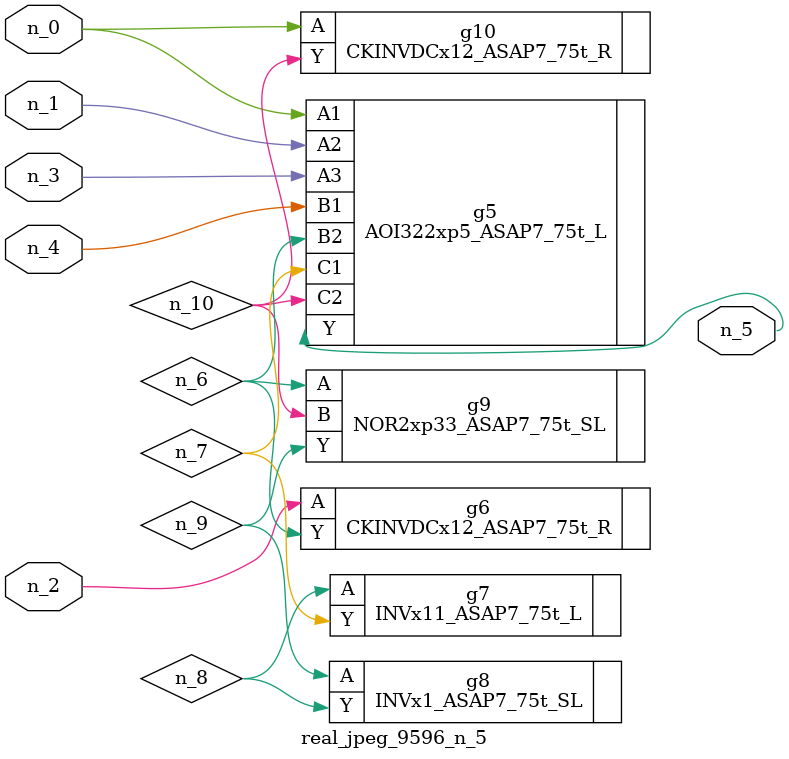
<source format=v>
module real_jpeg_9596_n_5 (n_4, n_0, n_1, n_2, n_3, n_5);

input n_4;
input n_0;
input n_1;
input n_2;
input n_3;

output n_5;

wire n_8;
wire n_6;
wire n_7;
wire n_10;
wire n_9;

AOI322xp5_ASAP7_75t_L g5 ( 
.A1(n_0),
.A2(n_1),
.A3(n_3),
.B1(n_4),
.B2(n_6),
.C1(n_7),
.C2(n_10),
.Y(n_5)
);

CKINVDCx12_ASAP7_75t_R g10 ( 
.A(n_0),
.Y(n_10)
);

CKINVDCx12_ASAP7_75t_R g6 ( 
.A(n_2),
.Y(n_6)
);

NOR2xp33_ASAP7_75t_SL g9 ( 
.A(n_6),
.B(n_10),
.Y(n_9)
);

INVx11_ASAP7_75t_L g7 ( 
.A(n_8),
.Y(n_7)
);

INVx1_ASAP7_75t_SL g8 ( 
.A(n_9),
.Y(n_8)
);


endmodule
</source>
